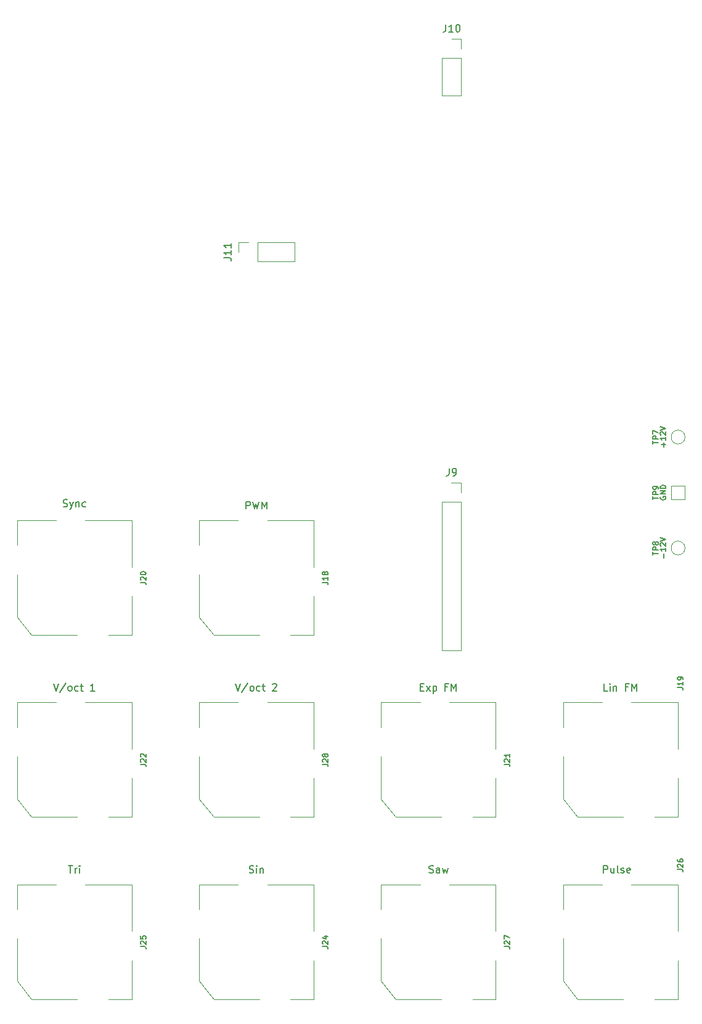
<source format=gto>
G04 #@! TF.GenerationSoftware,KiCad,Pcbnew,6.0.5-a6ca702e91~116~ubuntu20.04.1*
G04 #@! TF.CreationDate,2022-06-19T13:50:02-04:00*
G04 #@! TF.ProjectId,herovco_back,6865726f-7663-46f5-9f62-61636b2e6b69,rev?*
G04 #@! TF.SameCoordinates,Original*
G04 #@! TF.FileFunction,Legend,Top*
G04 #@! TF.FilePolarity,Positive*
%FSLAX46Y46*%
G04 Gerber Fmt 4.6, Leading zero omitted, Abs format (unit mm)*
G04 Created by KiCad (PCBNEW 6.0.5-a6ca702e91~116~ubuntu20.04.1) date 2022-06-19 13:50:02*
%MOMM*%
%LPD*%
G01*
G04 APERTURE LIST*
%ADD10C,0.150000*%
%ADD11C,0.120000*%
G04 APERTURE END LIST*
D10*
X110486666Y-159512380D02*
X111058095Y-159512380D01*
X110772380Y-160512380D02*
X110772380Y-159512380D01*
X111391428Y-160512380D02*
X111391428Y-159845714D01*
X111391428Y-160036190D02*
X111439047Y-159940952D01*
X111486666Y-159893333D01*
X111581904Y-159845714D01*
X111677142Y-159845714D01*
X112010476Y-160512380D02*
X112010476Y-159845714D01*
X112010476Y-159512380D02*
X111962857Y-159560000D01*
X112010476Y-159607619D01*
X112058095Y-159560000D01*
X112010476Y-159512380D01*
X112010476Y-159607619D01*
X133439047Y-134512380D02*
X133772380Y-135512380D01*
X134105714Y-134512380D01*
X135153333Y-134464761D02*
X134296190Y-135750476D01*
X135629523Y-135512380D02*
X135534285Y-135464761D01*
X135486666Y-135417142D01*
X135439047Y-135321904D01*
X135439047Y-135036190D01*
X135486666Y-134940952D01*
X135534285Y-134893333D01*
X135629523Y-134845714D01*
X135772380Y-134845714D01*
X135867619Y-134893333D01*
X135915238Y-134940952D01*
X135962857Y-135036190D01*
X135962857Y-135321904D01*
X135915238Y-135417142D01*
X135867619Y-135464761D01*
X135772380Y-135512380D01*
X135629523Y-135512380D01*
X136820000Y-135464761D02*
X136724761Y-135512380D01*
X136534285Y-135512380D01*
X136439047Y-135464761D01*
X136391428Y-135417142D01*
X136343809Y-135321904D01*
X136343809Y-135036190D01*
X136391428Y-134940952D01*
X136439047Y-134893333D01*
X136534285Y-134845714D01*
X136724761Y-134845714D01*
X136820000Y-134893333D01*
X137105714Y-134845714D02*
X137486666Y-134845714D01*
X137248571Y-134512380D02*
X137248571Y-135369523D01*
X137296190Y-135464761D01*
X137391428Y-135512380D01*
X137486666Y-135512380D01*
X138534285Y-134607619D02*
X138581904Y-134560000D01*
X138677142Y-134512380D01*
X138915238Y-134512380D01*
X139010476Y-134560000D01*
X139058095Y-134607619D01*
X139105714Y-134702857D01*
X139105714Y-134798095D01*
X139058095Y-134940952D01*
X138486666Y-135512380D01*
X139105714Y-135512380D01*
X158867619Y-134988571D02*
X159200952Y-134988571D01*
X159343809Y-135512380D02*
X158867619Y-135512380D01*
X158867619Y-134512380D01*
X159343809Y-134512380D01*
X159677142Y-135512380D02*
X160200952Y-134845714D01*
X159677142Y-134845714D02*
X160200952Y-135512380D01*
X160581904Y-134845714D02*
X160581904Y-135845714D01*
X160581904Y-134893333D02*
X160677142Y-134845714D01*
X160867619Y-134845714D01*
X160962857Y-134893333D01*
X161010476Y-134940952D01*
X161058095Y-135036190D01*
X161058095Y-135321904D01*
X161010476Y-135417142D01*
X160962857Y-135464761D01*
X160867619Y-135512380D01*
X160677142Y-135512380D01*
X160581904Y-135464761D01*
X162581904Y-134988571D02*
X162248571Y-134988571D01*
X162248571Y-135512380D02*
X162248571Y-134512380D01*
X162724761Y-134512380D01*
X163105714Y-135512380D02*
X163105714Y-134512380D01*
X163439047Y-135226666D01*
X163772380Y-134512380D01*
X163772380Y-135512380D01*
X135343809Y-160464761D02*
X135486666Y-160512380D01*
X135724761Y-160512380D01*
X135820000Y-160464761D01*
X135867619Y-160417142D01*
X135915238Y-160321904D01*
X135915238Y-160226666D01*
X135867619Y-160131428D01*
X135820000Y-160083809D01*
X135724761Y-160036190D01*
X135534285Y-159988571D01*
X135439047Y-159940952D01*
X135391428Y-159893333D01*
X135343809Y-159798095D01*
X135343809Y-159702857D01*
X135391428Y-159607619D01*
X135439047Y-159560000D01*
X135534285Y-159512380D01*
X135772380Y-159512380D01*
X135915238Y-159560000D01*
X136343809Y-160512380D02*
X136343809Y-159845714D01*
X136343809Y-159512380D02*
X136296190Y-159560000D01*
X136343809Y-159607619D01*
X136391428Y-159560000D01*
X136343809Y-159512380D01*
X136343809Y-159607619D01*
X136820000Y-159845714D02*
X136820000Y-160512380D01*
X136820000Y-159940952D02*
X136867619Y-159893333D01*
X136962857Y-159845714D01*
X137105714Y-159845714D01*
X137200952Y-159893333D01*
X137248571Y-159988571D01*
X137248571Y-160512380D01*
X134915238Y-110512380D02*
X134915238Y-109512380D01*
X135296190Y-109512380D01*
X135391428Y-109560000D01*
X135439047Y-109607619D01*
X135486666Y-109702857D01*
X135486666Y-109845714D01*
X135439047Y-109940952D01*
X135391428Y-109988571D01*
X135296190Y-110036190D01*
X134915238Y-110036190D01*
X135820000Y-109512380D02*
X136058095Y-110512380D01*
X136248571Y-109798095D01*
X136439047Y-110512380D01*
X136677142Y-109512380D01*
X137058095Y-110512380D02*
X137058095Y-109512380D01*
X137391428Y-110226666D01*
X137724761Y-109512380D01*
X137724761Y-110512380D01*
X109772380Y-110198761D02*
X109915238Y-110246380D01*
X110153333Y-110246380D01*
X110248571Y-110198761D01*
X110296190Y-110151142D01*
X110343809Y-110055904D01*
X110343809Y-109960666D01*
X110296190Y-109865428D01*
X110248571Y-109817809D01*
X110153333Y-109770190D01*
X109962857Y-109722571D01*
X109867619Y-109674952D01*
X109820000Y-109627333D01*
X109772380Y-109532095D01*
X109772380Y-109436857D01*
X109820000Y-109341619D01*
X109867619Y-109294000D01*
X109962857Y-109246380D01*
X110200952Y-109246380D01*
X110343809Y-109294000D01*
X110677142Y-109579714D02*
X110915238Y-110246380D01*
X111153333Y-109579714D02*
X110915238Y-110246380D01*
X110820000Y-110484476D01*
X110772380Y-110532095D01*
X110677142Y-110579714D01*
X111534285Y-109579714D02*
X111534285Y-110246380D01*
X111534285Y-109674952D02*
X111581904Y-109627333D01*
X111677142Y-109579714D01*
X111820000Y-109579714D01*
X111915238Y-109627333D01*
X111962857Y-109722571D01*
X111962857Y-110246380D01*
X112867619Y-110198761D02*
X112772380Y-110246380D01*
X112581904Y-110246380D01*
X112486666Y-110198761D01*
X112439047Y-110151142D01*
X112391428Y-110055904D01*
X112391428Y-109770190D01*
X112439047Y-109674952D01*
X112486666Y-109627333D01*
X112581904Y-109579714D01*
X112772380Y-109579714D01*
X112867619Y-109627333D01*
X108439047Y-134512380D02*
X108772380Y-135512380D01*
X109105714Y-134512380D01*
X110153333Y-134464761D02*
X109296190Y-135750476D01*
X110629523Y-135512380D02*
X110534285Y-135464761D01*
X110486666Y-135417142D01*
X110439047Y-135321904D01*
X110439047Y-135036190D01*
X110486666Y-134940952D01*
X110534285Y-134893333D01*
X110629523Y-134845714D01*
X110772380Y-134845714D01*
X110867619Y-134893333D01*
X110915238Y-134940952D01*
X110962857Y-135036190D01*
X110962857Y-135321904D01*
X110915238Y-135417142D01*
X110867619Y-135464761D01*
X110772380Y-135512380D01*
X110629523Y-135512380D01*
X111820000Y-135464761D02*
X111724761Y-135512380D01*
X111534285Y-135512380D01*
X111439047Y-135464761D01*
X111391428Y-135417142D01*
X111343809Y-135321904D01*
X111343809Y-135036190D01*
X111391428Y-134940952D01*
X111439047Y-134893333D01*
X111534285Y-134845714D01*
X111724761Y-134845714D01*
X111820000Y-134893333D01*
X112105714Y-134845714D02*
X112486666Y-134845714D01*
X112248571Y-134512380D02*
X112248571Y-135369523D01*
X112296190Y-135464761D01*
X112391428Y-135512380D01*
X112486666Y-135512380D01*
X114105714Y-135512380D02*
X113534285Y-135512380D01*
X113820000Y-135512380D02*
X113820000Y-134512380D01*
X113724761Y-134655238D01*
X113629523Y-134750476D01*
X113534285Y-134798095D01*
X184010476Y-160512380D02*
X184010476Y-159512380D01*
X184391428Y-159512380D01*
X184486666Y-159560000D01*
X184534285Y-159607619D01*
X184581904Y-159702857D01*
X184581904Y-159845714D01*
X184534285Y-159940952D01*
X184486666Y-159988571D01*
X184391428Y-160036190D01*
X184010476Y-160036190D01*
X185439047Y-159845714D02*
X185439047Y-160512380D01*
X185010476Y-159845714D02*
X185010476Y-160369523D01*
X185058095Y-160464761D01*
X185153333Y-160512380D01*
X185296190Y-160512380D01*
X185391428Y-160464761D01*
X185439047Y-160417142D01*
X186058095Y-160512380D02*
X185962857Y-160464761D01*
X185915238Y-160369523D01*
X185915238Y-159512380D01*
X186391428Y-160464761D02*
X186486666Y-160512380D01*
X186677142Y-160512380D01*
X186772380Y-160464761D01*
X186820000Y-160369523D01*
X186820000Y-160321904D01*
X186772380Y-160226666D01*
X186677142Y-160179047D01*
X186534285Y-160179047D01*
X186439047Y-160131428D01*
X186391428Y-160036190D01*
X186391428Y-159988571D01*
X186439047Y-159893333D01*
X186534285Y-159845714D01*
X186677142Y-159845714D01*
X186772380Y-159893333D01*
X187629523Y-160464761D02*
X187534285Y-160512380D01*
X187343809Y-160512380D01*
X187248571Y-160464761D01*
X187200952Y-160369523D01*
X187200952Y-159988571D01*
X187248571Y-159893333D01*
X187343809Y-159845714D01*
X187534285Y-159845714D01*
X187629523Y-159893333D01*
X187677142Y-159988571D01*
X187677142Y-160083809D01*
X187200952Y-160179047D01*
X160058095Y-160464761D02*
X160200952Y-160512380D01*
X160439047Y-160512380D01*
X160534285Y-160464761D01*
X160581904Y-160417142D01*
X160629523Y-160321904D01*
X160629523Y-160226666D01*
X160581904Y-160131428D01*
X160534285Y-160083809D01*
X160439047Y-160036190D01*
X160248571Y-159988571D01*
X160153333Y-159940952D01*
X160105714Y-159893333D01*
X160058095Y-159798095D01*
X160058095Y-159702857D01*
X160105714Y-159607619D01*
X160153333Y-159560000D01*
X160248571Y-159512380D01*
X160486666Y-159512380D01*
X160629523Y-159560000D01*
X161486666Y-160512380D02*
X161486666Y-159988571D01*
X161439047Y-159893333D01*
X161343809Y-159845714D01*
X161153333Y-159845714D01*
X161058095Y-159893333D01*
X161486666Y-160464761D02*
X161391428Y-160512380D01*
X161153333Y-160512380D01*
X161058095Y-160464761D01*
X161010476Y-160369523D01*
X161010476Y-160274285D01*
X161058095Y-160179047D01*
X161153333Y-160131428D01*
X161391428Y-160131428D01*
X161486666Y-160083809D01*
X161867619Y-159845714D02*
X162058095Y-160512380D01*
X162248571Y-160036190D01*
X162439047Y-160512380D01*
X162629523Y-159845714D01*
X184558095Y-135512380D02*
X184081904Y-135512380D01*
X184081904Y-134512380D01*
X184891428Y-135512380D02*
X184891428Y-134845714D01*
X184891428Y-134512380D02*
X184843809Y-134560000D01*
X184891428Y-134607619D01*
X184939047Y-134560000D01*
X184891428Y-134512380D01*
X184891428Y-134607619D01*
X185367619Y-134845714D02*
X185367619Y-135512380D01*
X185367619Y-134940952D02*
X185415238Y-134893333D01*
X185510476Y-134845714D01*
X185653333Y-134845714D01*
X185748571Y-134893333D01*
X185796190Y-134988571D01*
X185796190Y-135512380D01*
X187367619Y-134988571D02*
X187034285Y-134988571D01*
X187034285Y-135512380D02*
X187034285Y-134512380D01*
X187510476Y-134512380D01*
X187891428Y-135512380D02*
X187891428Y-134512380D01*
X188224761Y-135226666D01*
X188558095Y-134512380D01*
X188558095Y-135512380D01*
G04 #@! TO.C,TP7*
X190781285Y-101596428D02*
X190781285Y-101167857D01*
X191531285Y-101382142D02*
X190781285Y-101382142D01*
X191531285Y-100917857D02*
X190781285Y-100917857D01*
X190781285Y-100632142D01*
X190817000Y-100560714D01*
X190852714Y-100525000D01*
X190924142Y-100489285D01*
X191031285Y-100489285D01*
X191102714Y-100525000D01*
X191138428Y-100560714D01*
X191174142Y-100632142D01*
X191174142Y-100917857D01*
X190781285Y-100239285D02*
X190781285Y-99739285D01*
X191531285Y-100060714D01*
X192261571Y-101971428D02*
X192261571Y-101400000D01*
X192547285Y-101685714D02*
X191975857Y-101685714D01*
X192547285Y-100650000D02*
X192547285Y-101078571D01*
X192547285Y-100864285D02*
X191797285Y-100864285D01*
X191904428Y-100935714D01*
X191975857Y-101007142D01*
X192011571Y-101078571D01*
X191868714Y-100364285D02*
X191833000Y-100328571D01*
X191797285Y-100257142D01*
X191797285Y-100078571D01*
X191833000Y-100007142D01*
X191868714Y-99971428D01*
X191940142Y-99935714D01*
X192011571Y-99935714D01*
X192118714Y-99971428D01*
X192547285Y-100400000D01*
X192547285Y-99935714D01*
X191797285Y-99721428D02*
X192547285Y-99471428D01*
X191797285Y-99221428D01*
G04 #@! TO.C,TP8*
X190781285Y-116836428D02*
X190781285Y-116407857D01*
X191531285Y-116622142D02*
X190781285Y-116622142D01*
X191531285Y-116157857D02*
X190781285Y-116157857D01*
X190781285Y-115872142D01*
X190817000Y-115800714D01*
X190852714Y-115765000D01*
X190924142Y-115729285D01*
X191031285Y-115729285D01*
X191102714Y-115765000D01*
X191138428Y-115800714D01*
X191174142Y-115872142D01*
X191174142Y-116157857D01*
X191102714Y-115300714D02*
X191067000Y-115372142D01*
X191031285Y-115407857D01*
X190959857Y-115443571D01*
X190924142Y-115443571D01*
X190852714Y-115407857D01*
X190817000Y-115372142D01*
X190781285Y-115300714D01*
X190781285Y-115157857D01*
X190817000Y-115086428D01*
X190852714Y-115050714D01*
X190924142Y-115015000D01*
X190959857Y-115015000D01*
X191031285Y-115050714D01*
X191067000Y-115086428D01*
X191102714Y-115157857D01*
X191102714Y-115300714D01*
X191138428Y-115372142D01*
X191174142Y-115407857D01*
X191245571Y-115443571D01*
X191388428Y-115443571D01*
X191459857Y-115407857D01*
X191495571Y-115372142D01*
X191531285Y-115300714D01*
X191531285Y-115157857D01*
X191495571Y-115086428D01*
X191459857Y-115050714D01*
X191388428Y-115015000D01*
X191245571Y-115015000D01*
X191174142Y-115050714D01*
X191138428Y-115086428D01*
X191102714Y-115157857D01*
X192261571Y-117211428D02*
X192261571Y-116640000D01*
X192547285Y-115890000D02*
X192547285Y-116318571D01*
X192547285Y-116104285D02*
X191797285Y-116104285D01*
X191904428Y-116175714D01*
X191975857Y-116247142D01*
X192011571Y-116318571D01*
X191868714Y-115604285D02*
X191833000Y-115568571D01*
X191797285Y-115497142D01*
X191797285Y-115318571D01*
X191833000Y-115247142D01*
X191868714Y-115211428D01*
X191940142Y-115175714D01*
X192011571Y-115175714D01*
X192118714Y-115211428D01*
X192547285Y-115640000D01*
X192547285Y-115175714D01*
X191797285Y-114961428D02*
X192547285Y-114711428D01*
X191797285Y-114461428D01*
G04 #@! TO.C,J27*
X170389285Y-170607142D02*
X170925000Y-170607142D01*
X171032142Y-170642857D01*
X171103571Y-170714285D01*
X171139285Y-170821428D01*
X171139285Y-170892857D01*
X170460714Y-170285714D02*
X170425000Y-170250000D01*
X170389285Y-170178571D01*
X170389285Y-170000000D01*
X170425000Y-169928571D01*
X170460714Y-169892857D01*
X170532142Y-169857142D01*
X170603571Y-169857142D01*
X170710714Y-169892857D01*
X171139285Y-170321428D01*
X171139285Y-169857142D01*
X170389285Y-169607142D02*
X170389285Y-169107142D01*
X171139285Y-169428571D01*
G04 #@! TO.C,J28*
X145389285Y-145607142D02*
X145925000Y-145607142D01*
X146032142Y-145642857D01*
X146103571Y-145714285D01*
X146139285Y-145821428D01*
X146139285Y-145892857D01*
X145460714Y-145285714D02*
X145425000Y-145250000D01*
X145389285Y-145178571D01*
X145389285Y-145000000D01*
X145425000Y-144928571D01*
X145460714Y-144892857D01*
X145532142Y-144857142D01*
X145603571Y-144857142D01*
X145710714Y-144892857D01*
X146139285Y-145321428D01*
X146139285Y-144857142D01*
X145710714Y-144428571D02*
X145675000Y-144500000D01*
X145639285Y-144535714D01*
X145567857Y-144571428D01*
X145532142Y-144571428D01*
X145460714Y-144535714D01*
X145425000Y-144500000D01*
X145389285Y-144428571D01*
X145389285Y-144285714D01*
X145425000Y-144214285D01*
X145460714Y-144178571D01*
X145532142Y-144142857D01*
X145567857Y-144142857D01*
X145639285Y-144178571D01*
X145675000Y-144214285D01*
X145710714Y-144285714D01*
X145710714Y-144428571D01*
X145746428Y-144500000D01*
X145782142Y-144535714D01*
X145853571Y-144571428D01*
X145996428Y-144571428D01*
X146067857Y-144535714D01*
X146103571Y-144500000D01*
X146139285Y-144428571D01*
X146139285Y-144285714D01*
X146103571Y-144214285D01*
X146067857Y-144178571D01*
X145996428Y-144142857D01*
X145853571Y-144142857D01*
X145782142Y-144178571D01*
X145746428Y-144214285D01*
X145710714Y-144285714D01*
G04 #@! TO.C,J20*
X120389285Y-120607142D02*
X120925000Y-120607142D01*
X121032142Y-120642857D01*
X121103571Y-120714285D01*
X121139285Y-120821428D01*
X121139285Y-120892857D01*
X120460714Y-120285714D02*
X120425000Y-120250000D01*
X120389285Y-120178571D01*
X120389285Y-120000000D01*
X120425000Y-119928571D01*
X120460714Y-119892857D01*
X120532142Y-119857142D01*
X120603571Y-119857142D01*
X120710714Y-119892857D01*
X121139285Y-120321428D01*
X121139285Y-119857142D01*
X120389285Y-119392857D02*
X120389285Y-119321428D01*
X120425000Y-119250000D01*
X120460714Y-119214285D01*
X120532142Y-119178571D01*
X120675000Y-119142857D01*
X120853571Y-119142857D01*
X120996428Y-119178571D01*
X121067857Y-119214285D01*
X121103571Y-119250000D01*
X121139285Y-119321428D01*
X121139285Y-119392857D01*
X121103571Y-119464285D01*
X121067857Y-119500000D01*
X120996428Y-119535714D01*
X120853571Y-119571428D01*
X120675000Y-119571428D01*
X120532142Y-119535714D01*
X120460714Y-119500000D01*
X120425000Y-119464285D01*
X120389285Y-119392857D01*
G04 #@! TO.C,J25*
X120389285Y-170607142D02*
X120925000Y-170607142D01*
X121032142Y-170642857D01*
X121103571Y-170714285D01*
X121139285Y-170821428D01*
X121139285Y-170892857D01*
X120460714Y-170285714D02*
X120425000Y-170250000D01*
X120389285Y-170178571D01*
X120389285Y-170000000D01*
X120425000Y-169928571D01*
X120460714Y-169892857D01*
X120532142Y-169857142D01*
X120603571Y-169857142D01*
X120710714Y-169892857D01*
X121139285Y-170321428D01*
X121139285Y-169857142D01*
X120389285Y-169178571D02*
X120389285Y-169535714D01*
X120746428Y-169571428D01*
X120710714Y-169535714D01*
X120675000Y-169464285D01*
X120675000Y-169285714D01*
X120710714Y-169214285D01*
X120746428Y-169178571D01*
X120817857Y-169142857D01*
X120996428Y-169142857D01*
X121067857Y-169178571D01*
X121103571Y-169214285D01*
X121139285Y-169285714D01*
X121139285Y-169464285D01*
X121103571Y-169535714D01*
X121067857Y-169571428D01*
G04 #@! TO.C,J26*
X194169285Y-160043142D02*
X194705000Y-160043142D01*
X194812142Y-160078857D01*
X194883571Y-160150285D01*
X194919285Y-160257428D01*
X194919285Y-160328857D01*
X194240714Y-159721714D02*
X194205000Y-159686000D01*
X194169285Y-159614571D01*
X194169285Y-159436000D01*
X194205000Y-159364571D01*
X194240714Y-159328857D01*
X194312142Y-159293142D01*
X194383571Y-159293142D01*
X194490714Y-159328857D01*
X194919285Y-159757428D01*
X194919285Y-159293142D01*
X194169285Y-158650285D02*
X194169285Y-158793142D01*
X194205000Y-158864571D01*
X194240714Y-158900285D01*
X194347857Y-158971714D01*
X194490714Y-159007428D01*
X194776428Y-159007428D01*
X194847857Y-158971714D01*
X194883571Y-158936000D01*
X194919285Y-158864571D01*
X194919285Y-158721714D01*
X194883571Y-158650285D01*
X194847857Y-158614571D01*
X194776428Y-158578857D01*
X194597857Y-158578857D01*
X194526428Y-158614571D01*
X194490714Y-158650285D01*
X194455000Y-158721714D01*
X194455000Y-158864571D01*
X194490714Y-158936000D01*
X194526428Y-158971714D01*
X194597857Y-159007428D01*
G04 #@! TO.C,J10*
X162325476Y-44007380D02*
X162325476Y-44721666D01*
X162277857Y-44864523D01*
X162182619Y-44959761D01*
X162039761Y-45007380D01*
X161944523Y-45007380D01*
X163325476Y-45007380D02*
X162754047Y-45007380D01*
X163039761Y-45007380D02*
X163039761Y-44007380D01*
X162944523Y-44150238D01*
X162849285Y-44245476D01*
X162754047Y-44293095D01*
X163944523Y-44007380D02*
X164039761Y-44007380D01*
X164135000Y-44055000D01*
X164182619Y-44102619D01*
X164230238Y-44197857D01*
X164277857Y-44388333D01*
X164277857Y-44626428D01*
X164230238Y-44816904D01*
X164182619Y-44912142D01*
X164135000Y-44959761D01*
X164039761Y-45007380D01*
X163944523Y-45007380D01*
X163849285Y-44959761D01*
X163801666Y-44912142D01*
X163754047Y-44816904D01*
X163706428Y-44626428D01*
X163706428Y-44388333D01*
X163754047Y-44197857D01*
X163801666Y-44102619D01*
X163849285Y-44055000D01*
X163944523Y-44007380D01*
G04 #@! TO.C,J21*
X170389285Y-145607142D02*
X170925000Y-145607142D01*
X171032142Y-145642857D01*
X171103571Y-145714285D01*
X171139285Y-145821428D01*
X171139285Y-145892857D01*
X170460714Y-145285714D02*
X170425000Y-145250000D01*
X170389285Y-145178571D01*
X170389285Y-145000000D01*
X170425000Y-144928571D01*
X170460714Y-144892857D01*
X170532142Y-144857142D01*
X170603571Y-144857142D01*
X170710714Y-144892857D01*
X171139285Y-145321428D01*
X171139285Y-144857142D01*
X171139285Y-144142857D02*
X171139285Y-144571428D01*
X171139285Y-144357142D02*
X170389285Y-144357142D01*
X170496428Y-144428571D01*
X170567857Y-144500000D01*
X170603571Y-144571428D01*
G04 #@! TO.C,J22*
X120389285Y-145607142D02*
X120925000Y-145607142D01*
X121032142Y-145642857D01*
X121103571Y-145714285D01*
X121139285Y-145821428D01*
X121139285Y-145892857D01*
X120460714Y-145285714D02*
X120425000Y-145250000D01*
X120389285Y-145178571D01*
X120389285Y-145000000D01*
X120425000Y-144928571D01*
X120460714Y-144892857D01*
X120532142Y-144857142D01*
X120603571Y-144857142D01*
X120710714Y-144892857D01*
X121139285Y-145321428D01*
X121139285Y-144857142D01*
X120460714Y-144571428D02*
X120425000Y-144535714D01*
X120389285Y-144464285D01*
X120389285Y-144285714D01*
X120425000Y-144214285D01*
X120460714Y-144178571D01*
X120532142Y-144142857D01*
X120603571Y-144142857D01*
X120710714Y-144178571D01*
X121139285Y-144607142D01*
X121139285Y-144142857D01*
G04 #@! TO.C,J24*
X145389285Y-170607142D02*
X145925000Y-170607142D01*
X146032142Y-170642857D01*
X146103571Y-170714285D01*
X146139285Y-170821428D01*
X146139285Y-170892857D01*
X145460714Y-170285714D02*
X145425000Y-170250000D01*
X145389285Y-170178571D01*
X145389285Y-170000000D01*
X145425000Y-169928571D01*
X145460714Y-169892857D01*
X145532142Y-169857142D01*
X145603571Y-169857142D01*
X145710714Y-169892857D01*
X146139285Y-170321428D01*
X146139285Y-169857142D01*
X145639285Y-169214285D02*
X146139285Y-169214285D01*
X145353571Y-169392857D02*
X145889285Y-169571428D01*
X145889285Y-169107142D01*
G04 #@! TO.C,J19*
X194169285Y-135043142D02*
X194705000Y-135043142D01*
X194812142Y-135078857D01*
X194883571Y-135150285D01*
X194919285Y-135257428D01*
X194919285Y-135328857D01*
X194919285Y-134293142D02*
X194919285Y-134721714D01*
X194919285Y-134507428D02*
X194169285Y-134507428D01*
X194276428Y-134578857D01*
X194347857Y-134650285D01*
X194383571Y-134721714D01*
X194919285Y-133936000D02*
X194919285Y-133793142D01*
X194883571Y-133721714D01*
X194847857Y-133686000D01*
X194740714Y-133614571D01*
X194597857Y-133578857D01*
X194312142Y-133578857D01*
X194240714Y-133614571D01*
X194205000Y-133650285D01*
X194169285Y-133721714D01*
X194169285Y-133864571D01*
X194205000Y-133936000D01*
X194240714Y-133971714D01*
X194312142Y-134007428D01*
X194490714Y-134007428D01*
X194562142Y-133971714D01*
X194597857Y-133936000D01*
X194633571Y-133864571D01*
X194633571Y-133721714D01*
X194597857Y-133650285D01*
X194562142Y-133614571D01*
X194490714Y-133578857D01*
G04 #@! TO.C,J11*
X131867380Y-76034523D02*
X132581666Y-76034523D01*
X132724523Y-76082142D01*
X132819761Y-76177380D01*
X132867380Y-76320238D01*
X132867380Y-76415476D01*
X132867380Y-75034523D02*
X132867380Y-75605952D01*
X132867380Y-75320238D02*
X131867380Y-75320238D01*
X132010238Y-75415476D01*
X132105476Y-75510714D01*
X132153095Y-75605952D01*
X132867380Y-74082142D02*
X132867380Y-74653571D01*
X132867380Y-74367857D02*
X131867380Y-74367857D01*
X132010238Y-74463095D01*
X132105476Y-74558333D01*
X132153095Y-74653571D01*
G04 #@! TO.C,TP9*
X190781285Y-109216428D02*
X190781285Y-108787857D01*
X191531285Y-109002142D02*
X190781285Y-109002142D01*
X191531285Y-108537857D02*
X190781285Y-108537857D01*
X190781285Y-108252142D01*
X190817000Y-108180714D01*
X190852714Y-108145000D01*
X190924142Y-108109285D01*
X191031285Y-108109285D01*
X191102714Y-108145000D01*
X191138428Y-108180714D01*
X191174142Y-108252142D01*
X191174142Y-108537857D01*
X191531285Y-107752142D02*
X191531285Y-107609285D01*
X191495571Y-107537857D01*
X191459857Y-107502142D01*
X191352714Y-107430714D01*
X191209857Y-107395000D01*
X190924142Y-107395000D01*
X190852714Y-107430714D01*
X190817000Y-107466428D01*
X190781285Y-107537857D01*
X190781285Y-107680714D01*
X190817000Y-107752142D01*
X190852714Y-107787857D01*
X190924142Y-107823571D01*
X191102714Y-107823571D01*
X191174142Y-107787857D01*
X191209857Y-107752142D01*
X191245571Y-107680714D01*
X191245571Y-107537857D01*
X191209857Y-107466428D01*
X191174142Y-107430714D01*
X191102714Y-107395000D01*
X191833000Y-108841428D02*
X191797285Y-108912857D01*
X191797285Y-109020000D01*
X191833000Y-109127142D01*
X191904428Y-109198571D01*
X191975857Y-109234285D01*
X192118714Y-109270000D01*
X192225857Y-109270000D01*
X192368714Y-109234285D01*
X192440142Y-109198571D01*
X192511571Y-109127142D01*
X192547285Y-109020000D01*
X192547285Y-108948571D01*
X192511571Y-108841428D01*
X192475857Y-108805714D01*
X192225857Y-108805714D01*
X192225857Y-108948571D01*
X192547285Y-108484285D02*
X191797285Y-108484285D01*
X192547285Y-108055714D01*
X191797285Y-108055714D01*
X192547285Y-107698571D02*
X191797285Y-107698571D01*
X191797285Y-107520000D01*
X191833000Y-107412857D01*
X191904428Y-107341428D01*
X191975857Y-107305714D01*
X192118714Y-107270000D01*
X192225857Y-107270000D01*
X192368714Y-107305714D01*
X192440142Y-107341428D01*
X192511571Y-107412857D01*
X192547285Y-107520000D01*
X192547285Y-107698571D01*
G04 #@! TO.C,J9*
X162776666Y-104952380D02*
X162776666Y-105666666D01*
X162729047Y-105809523D01*
X162633809Y-105904761D01*
X162490952Y-105952380D01*
X162395714Y-105952380D01*
X163300476Y-105952380D02*
X163490952Y-105952380D01*
X163586190Y-105904761D01*
X163633809Y-105857142D01*
X163729047Y-105714285D01*
X163776666Y-105523809D01*
X163776666Y-105142857D01*
X163729047Y-105047619D01*
X163681428Y-105000000D01*
X163586190Y-104952380D01*
X163395714Y-104952380D01*
X163300476Y-105000000D01*
X163252857Y-105047619D01*
X163205238Y-105142857D01*
X163205238Y-105380952D01*
X163252857Y-105476190D01*
X163300476Y-105523809D01*
X163395714Y-105571428D01*
X163586190Y-105571428D01*
X163681428Y-105523809D01*
X163729047Y-105476190D01*
X163776666Y-105380952D01*
G04 #@! TO.C,J18*
X145389285Y-120607142D02*
X145925000Y-120607142D01*
X146032142Y-120642857D01*
X146103571Y-120714285D01*
X146139285Y-120821428D01*
X146139285Y-120892857D01*
X146139285Y-119857142D02*
X146139285Y-120285714D01*
X146139285Y-120071428D02*
X145389285Y-120071428D01*
X145496428Y-120142857D01*
X145567857Y-120214285D01*
X145603571Y-120285714D01*
X145710714Y-119428571D02*
X145675000Y-119500000D01*
X145639285Y-119535714D01*
X145567857Y-119571428D01*
X145532142Y-119571428D01*
X145460714Y-119535714D01*
X145425000Y-119500000D01*
X145389285Y-119428571D01*
X145389285Y-119285714D01*
X145425000Y-119214285D01*
X145460714Y-119178571D01*
X145532142Y-119142857D01*
X145567857Y-119142857D01*
X145639285Y-119178571D01*
X145675000Y-119214285D01*
X145710714Y-119285714D01*
X145710714Y-119428571D01*
X145746428Y-119500000D01*
X145782142Y-119535714D01*
X145853571Y-119571428D01*
X145996428Y-119571428D01*
X146067857Y-119535714D01*
X146103571Y-119500000D01*
X146139285Y-119428571D01*
X146139285Y-119285714D01*
X146103571Y-119214285D01*
X146067857Y-119178571D01*
X145996428Y-119142857D01*
X145853571Y-119142857D01*
X145782142Y-119178571D01*
X145746428Y-119214285D01*
X145710714Y-119285714D01*
D11*
G04 #@! TO.C,TP7*
X195190000Y-100650000D02*
G75*
G03*
X195190000Y-100650000I-950000J0D01*
G01*
G04 #@! TO.C,TP8*
X195190000Y-115890000D02*
G75*
G03*
X195190000Y-115890000I-950000J0D01*
G01*
G04 #@! TO.C,J27*
X162800000Y-162100000D02*
X169200000Y-162100000D01*
X153450000Y-175350000D02*
X153450000Y-169500000D01*
X169200000Y-172500000D02*
X169200000Y-177850000D01*
X169200000Y-177850000D02*
X166000000Y-177850000D01*
X153450000Y-165500000D02*
X153450000Y-162100000D01*
X155450000Y-177850000D02*
X153450000Y-175350000D01*
X153450000Y-162100000D02*
X158800000Y-162100000D01*
X161700000Y-177850000D02*
X155500000Y-177850000D01*
X155500000Y-177850000D02*
X155450000Y-177850000D01*
X169200000Y-162100000D02*
X169200000Y-168500000D01*
G04 #@! TO.C,J28*
X128450000Y-137100000D02*
X133800000Y-137100000D01*
X144200000Y-152850000D02*
X141000000Y-152850000D01*
X136700000Y-152850000D02*
X130500000Y-152850000D01*
X128450000Y-140500000D02*
X128450000Y-137100000D01*
X144200000Y-147500000D02*
X144200000Y-152850000D01*
X144200000Y-137100000D02*
X144200000Y-143500000D01*
X130500000Y-152850000D02*
X130450000Y-152850000D01*
X137800000Y-137100000D02*
X144200000Y-137100000D01*
X128450000Y-150350000D02*
X128450000Y-144500000D01*
X130450000Y-152850000D02*
X128450000Y-150350000D01*
G04 #@! TO.C,J20*
X103450000Y-112100000D02*
X108800000Y-112100000D01*
X119200000Y-127850000D02*
X116000000Y-127850000D01*
X103450000Y-115500000D02*
X103450000Y-112100000D01*
X119200000Y-112100000D02*
X119200000Y-118500000D01*
X112800000Y-112100000D02*
X119200000Y-112100000D01*
X103450000Y-125350000D02*
X103450000Y-119500000D01*
X119200000Y-122500000D02*
X119200000Y-127850000D01*
X111700000Y-127850000D02*
X105500000Y-127850000D01*
X105500000Y-127850000D02*
X105450000Y-127850000D01*
X105450000Y-127850000D02*
X103450000Y-125350000D01*
G04 #@! TO.C,J25*
X112800000Y-162100000D02*
X119200000Y-162100000D01*
X103450000Y-162100000D02*
X108800000Y-162100000D01*
X119200000Y-162100000D02*
X119200000Y-168500000D01*
X119200000Y-177850000D02*
X116000000Y-177850000D01*
X105450000Y-177850000D02*
X103450000Y-175350000D01*
X103450000Y-175350000D02*
X103450000Y-169500000D01*
X105500000Y-177850000D02*
X105450000Y-177850000D01*
X111700000Y-177850000D02*
X105500000Y-177850000D01*
X103450000Y-165500000D02*
X103450000Y-162100000D01*
X119200000Y-172500000D02*
X119200000Y-177850000D01*
G04 #@! TO.C,J26*
X186700000Y-177850000D02*
X180500000Y-177850000D01*
X178450000Y-165500000D02*
X178450000Y-162100000D01*
X194200000Y-177850000D02*
X191000000Y-177850000D01*
X178450000Y-162100000D02*
X183800000Y-162100000D01*
X180500000Y-177850000D02*
X180450000Y-177850000D01*
X178450000Y-175350000D02*
X178450000Y-169500000D01*
X194200000Y-162100000D02*
X194200000Y-168500000D01*
X187800000Y-162100000D02*
X194200000Y-162100000D01*
X194200000Y-172500000D02*
X194200000Y-177850000D01*
X180450000Y-177850000D02*
X178450000Y-175350000D01*
G04 #@! TO.C,J10*
X164465000Y-45995000D02*
X164465000Y-47325000D01*
X161805000Y-53735000D02*
X164465000Y-53735000D01*
X163135000Y-45995000D02*
X164465000Y-45995000D01*
X161805000Y-48595000D02*
X161805000Y-53735000D01*
X161805000Y-48595000D02*
X164465000Y-48595000D01*
X164465000Y-48595000D02*
X164465000Y-53735000D01*
G04 #@! TO.C,J21*
X153450000Y-140500000D02*
X153450000Y-137100000D01*
X153450000Y-137100000D02*
X158800000Y-137100000D01*
X155450000Y-152850000D02*
X153450000Y-150350000D01*
X169200000Y-137100000D02*
X169200000Y-143500000D01*
X169200000Y-152850000D02*
X166000000Y-152850000D01*
X162800000Y-137100000D02*
X169200000Y-137100000D01*
X155500000Y-152850000D02*
X155450000Y-152850000D01*
X153450000Y-150350000D02*
X153450000Y-144500000D01*
X161700000Y-152850000D02*
X155500000Y-152850000D01*
X169200000Y-147500000D02*
X169200000Y-152850000D01*
G04 #@! TO.C,J22*
X112800000Y-137100000D02*
X119200000Y-137100000D01*
X105450000Y-152850000D02*
X103450000Y-150350000D01*
X105500000Y-152850000D02*
X105450000Y-152850000D01*
X119200000Y-147500000D02*
X119200000Y-152850000D01*
X103450000Y-140500000D02*
X103450000Y-137100000D01*
X103450000Y-137100000D02*
X108800000Y-137100000D01*
X119200000Y-152850000D02*
X116000000Y-152850000D01*
X111700000Y-152850000D02*
X105500000Y-152850000D01*
X119200000Y-137100000D02*
X119200000Y-143500000D01*
X103450000Y-150350000D02*
X103450000Y-144500000D01*
G04 #@! TO.C,J24*
X128450000Y-165500000D02*
X128450000Y-162100000D01*
X144200000Y-177850000D02*
X141000000Y-177850000D01*
X130500000Y-177850000D02*
X130450000Y-177850000D01*
X136700000Y-177850000D02*
X130500000Y-177850000D01*
X128450000Y-175350000D02*
X128450000Y-169500000D01*
X128450000Y-162100000D02*
X133800000Y-162100000D01*
X144200000Y-162100000D02*
X144200000Y-168500000D01*
X137800000Y-162100000D02*
X144200000Y-162100000D01*
X144200000Y-172500000D02*
X144200000Y-177850000D01*
X130450000Y-177850000D02*
X128450000Y-175350000D01*
G04 #@! TO.C,J19*
X186700000Y-152850000D02*
X180500000Y-152850000D01*
X178450000Y-137100000D02*
X183800000Y-137100000D01*
X194200000Y-137100000D02*
X194200000Y-143500000D01*
X187800000Y-137100000D02*
X194200000Y-137100000D01*
X180450000Y-152850000D02*
X178450000Y-150350000D01*
X194200000Y-147500000D02*
X194200000Y-152850000D01*
X194200000Y-152850000D02*
X191000000Y-152850000D01*
X178450000Y-150350000D02*
X178450000Y-144500000D01*
X178450000Y-140500000D02*
X178450000Y-137100000D01*
X180500000Y-152850000D02*
X180450000Y-152850000D01*
G04 #@! TO.C,J11*
X136455000Y-73895000D02*
X141595000Y-73895000D01*
X133855000Y-75225000D02*
X133855000Y-73895000D01*
X136455000Y-76555000D02*
X141595000Y-76555000D01*
X133855000Y-73895000D02*
X135185000Y-73895000D01*
X136455000Y-76555000D02*
X136455000Y-73895000D01*
X141595000Y-76555000D02*
X141595000Y-73895000D01*
G04 #@! TO.C,TP9*
X193290000Y-109220000D02*
X193290000Y-107320000D01*
X195190000Y-107320000D02*
X195190000Y-109220000D01*
X195190000Y-109220000D02*
X193290000Y-109220000D01*
X193290000Y-107320000D02*
X195190000Y-107320000D01*
G04 #@! TO.C,J9*
X164440000Y-106940000D02*
X164440000Y-108270000D01*
X163110000Y-106940000D02*
X164440000Y-106940000D01*
X161780000Y-109540000D02*
X164440000Y-109540000D01*
X161780000Y-109540000D02*
X161780000Y-129920000D01*
X164440000Y-109540000D02*
X164440000Y-129920000D01*
X161780000Y-129920000D02*
X164440000Y-129920000D01*
G04 #@! TO.C,J18*
X144200000Y-127850000D02*
X141000000Y-127850000D01*
X128450000Y-115500000D02*
X128450000Y-112100000D01*
X144200000Y-112100000D02*
X144200000Y-118500000D01*
X137800000Y-112100000D02*
X144200000Y-112100000D01*
X128450000Y-112100000D02*
X133800000Y-112100000D01*
X130500000Y-127850000D02*
X130450000Y-127850000D01*
X130450000Y-127850000D02*
X128450000Y-125350000D01*
X128450000Y-125350000D02*
X128450000Y-119500000D01*
X136700000Y-127850000D02*
X130500000Y-127850000D01*
X144200000Y-122500000D02*
X144200000Y-127850000D01*
G04 #@! TD*
M02*

</source>
